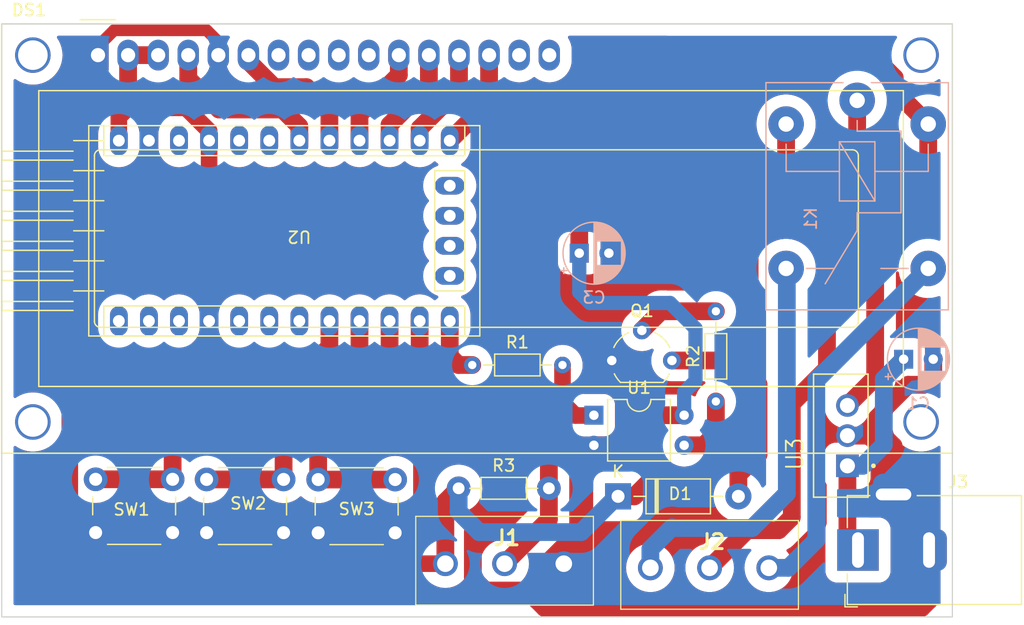
<source format=kicad_pcb>
(kicad_pcb (version 20211014) (generator pcbnew)
  (layers (0 "F.Cu" signal) (31 "B.Cu" signal) (34 "B.Paste" user) (35 "F.Paste" user) (36 "B.SilkS" user "B.Silkscreen") (37 "F.SilkS" user "F.Silkscreen") (38 "B.Mask" user) (39 "F.Mask" user) (44 "Edge.Cuts" user))
  (net 0 "")
  (net 1 "Net-(C1-Pad1)")
  (net 2 "GND")
  (net 3 "VCC")
  (net 4 "Net-(D1-Pad2)")
  (net 5 "RS")
  (net 6 "E")
  (net 11 "LD4")
  (net 12 "LD5")
  (net 13 "LD6")
  (net 14 "LD7")
  (net 17 "D9")
  (net 18 "Net-(J2-Pad1)")
  (net 19 "Net-(J2-Pad2)")
  (net 20 "Net-(J2-Pad3)")
  (net 21 "Net-(Q1-Pad2)")
  (net 22 "D5")
  (net 23 "Net-(R1-Pad2)")
  (net 24 "Net-(R2-Pad1)")
  (net 25 "D8")
  (net 26 "D7")
  (net 27 "D6")
  (footprint "Resistor_THT:R_Axial_DIN0204_L3.6mm_D1.6mm_P7.62mm_Horizontal" (layer "F.Cu") (at 160.9 83.91 90)
    (fp_text reference "R2" (at 3.81 -1.92 90) (layer "F.SilkS"))
    (fp_text value "120")
    (pad "1" thru_hole circle locked (at 0 0 90) (size 1.4 1.4) (drill 0.7) (layers *.Cu *.Mask) (net 24 "Net-(R2-Pad1)"))
    (pad "2" thru_hole oval locked (at 7.62 0 90) (size 1.4 1.4) (drill 0.7) (layers *.Cu *.Mask) (net 21 "Net-(Q1-Pad2)"))
  )
  (footprint "Button_Switch_THT:SW_PUSH_6mm_H8.5mm" (layer "F.Cu") (at 133.82 95.01 180)
    (fp_text reference "SW3" (at 3.25 2.01) (layer "F.SilkS"))
    (fp_text value "Select")
    (pad "1" thru_hole circle locked (at 6.5 0 270) (size 2 2) (drill 1.1) (layers *.Cu *.Mask) (net 2 "GND"))
    (pad "1" thru_hole circle locked (at 0 0 270) (size 2 2) (drill 1.1) (layers *.Cu *.Mask) (net 2 "GND"))
    (pad "2" thru_hole circle locked (at 6.5 4.5 270) (size 2 2) (drill 1.1) (layers *.Cu *.Mask) (net 26 "D7"))
    (pad "2" thru_hole circle locked (at 0 4.5 270) (size 2 2) (drill 1.1) (layers *.Cu *.Mask) (net 26 "D7"))
  )
  (footprint "Resistor_THT:R_Axial_DIN0204_L3.6mm_D1.6mm_P7.62mm_Horizontal" (layer "F.Cu") (at 139.18 91.25)
    (fp_text reference "R3" (at 3.81 -1.92) (layer "F.SilkS"))
    (fp_text value "4K7")
    (pad "1" thru_hole circle locked (at 0 0) (size 2 2) (drill 1) (layers *.Cu *.Mask) (net 3 "VCC"))
    (pad "2" thru_hole oval locked (at 7.62 0) (size 2 2) (drill 1) (layers *.Cu *.Mask) (net 25 "D8"))
  )
  (footprint "arduino_pro_mini:arduino_pro_mini_mega168" (layer "F.Cu") (at 125.73 69.49 180)
    (fp_text reference "U2" (at 0 -0.5 180 unlocked) (layer "F.SilkS"))
    (fp_text value "Arduino_Pro_Mini")
    (pad "1" thru_hole oval (at -12.7 7.62 180) (size 1.5 2.5) (drill 1) (layers *.Cu *.Mask) (net 14 "LD7"))
    (pad "2" thru_hole oval (at -10.16 7.62 180) (size 1.5 2.5) (drill 1) (layers *.Cu *.Mask) (net 13 "LD6"))
    (pad "3" thru_hole oval (at -7.62 7.62 180) (size 1.5 2.5) (drill 1) (layers *.Cu *.Mask) (net 12 "LD5"))
    (pad "4" thru_hole oval (at -5.08 7.62 180) (size 1.5 2.5) (drill 1) (layers *.Cu *.Mask) (net 11 "LD4"))
    (pad "5" thru_hole oval (at -2.54 7.62 180) (size 1.5 2.5) (drill 1) (layers *.Cu *.Mask) (net 6 "E"))
    (pad "6" thru_hole oval (at 0 7.62 180) (size 1.5 2.5) (drill 1) (layers *.Cu *.Mask) (net 5 "RS"))
    (pad "7" thru_hole oval (at 2.54 7.62 180) (size 1.5 2.5) (drill 1) (layers *.Cu *.Mask))
    (pad "8" thru_hole oval (at 5.08 7.62 180) (size 1.5 2.5) (drill 1) (layers *.Cu *.Mask))
    (pad "9" thru_hole oval (at 7.62 7.62 180) (size 1.5 2.5) (drill 1) (layers *.Cu *.Mask) (net 3 "VCC"))
    (pad "10" thru_hole oval (at 10.16 7.62 180) (size 1.5 2.5) (drill 1) (layers *.Cu *.Mask))
    (pad "11" thru_hole oval (at 12.7 7.62 180) (size 1.5 2.5) (drill 1) (layers *.Cu *.Mask) (net 2 "GND"))
    (pad "12" thru_hole oval (at 15.24 7.62 180) (size 1.5 2.5) (drill 1) (layers *.Cu *.Mask) (net 3 "VCC"))
    (pad "13" thru_hole oval (at 15.24 -7.62 180) (size 1.5 2.5) (drill 1) (layers *.Cu *.Mask))
    (pad "14" thru_hole oval (at 12.7 -7.62 180) (size 1.5 2.5) (drill 1) (layers *.Cu *.Mask))
    (pad "15" thru_hole oval (at 10.16 -7.62 180) (size 1.5 2.5) (drill 1) (layers *.Cu *.Mask))
    (pad "16" thru_hole oval (at 7.62 -7.62 180) (size 1.5 2.5) (drill 1) (layers *.Cu *.Mask) (net 2 "GND"))
    (pad "17" thru_hole oval (at 5.08 -7.62 180) (size 1.5 2.5) (drill 1) (layers *.Cu *.Mask))
    (pad "18" thru_hole oval (at 2.54 -7.62 180) (size 1.5 2.5) (drill 1) (layers *.Cu *.Mask))
    (pad "19" thru_hole oval (at 0 -7.62 180) (size 1.5 2.5) (drill 1) (layers *.Cu *.Mask))
    (pad "20" thru_hole oval (at -2.54 -7.62 180) (size 1.5 2.5) (drill 1) (layers *.Cu *.Mask) (net 22 "D5"))
    (pad "21" thru_hole oval (at -5.08 -7.62 180) (size 1.5 2.5) (drill 1) (layers *.Cu *.Mask) (net 27 "D6"))
    (pad "22" thru_hole oval (at -7.62 -7.62 180) (size 1.5 2.5) (drill 1) (layers *.Cu *.Mask) (net 26 "D7"))
    (pad "23" thru_hole oval (at -10.16 -7.62 180) (size 1.5 2.5) (drill 1) (layers *.Cu *.Mask) (net 25 "D8"))
    (pad "24" thru_hole oval (at -12.7 -7.62 180) (size 1.5 2.5) (drill 1) (layers *.Cu *.Mask) (net 17 "D9"))
    (pad "25" thru_hole oval (at -12.7 -3.81 270) (size 1.5 2.5) (drill 1) (layers *.Cu *.Mask))
    (pad "26" thru_hole oval (at -12.7 -1.27 90) (size 1.5 2.5) (drill 1) (layers *.Cu *.Mask))
    (pad "27" thru_hole oval (at -12.7 1.27 90) (size 1.5 2.5) (drill 1) (layers *.Cu *.Mask))
    (pad "28" thru_hole oval (at -12.7 3.81 90) (size 1.5 2.5) (drill 1) (layers *.Cu *.Mask))
  )
  (footprint "L7805CV:TO255P1040X460X1968-3" (layer "F.Cu") (at 172.008 89.35 90)
    (fp_text reference "U3" (at 0.995 -4.444 90) (layer "F.SilkS") (effects (font (size 1.4 1.4))))
    (fp_text value "L7805")
    (pad "1" thru_hole rect locked (at 0 0 90) (size 1.91 1.91) (drill 1.27) (layers *.Cu *.Mask) (net 1 "Net-(C1-Pad1)"))
    (pad "2" thru_hole circle locked (at 2.55 0 90) (size 1.91 1.91) (drill 1.27) (layers *.Cu *.Mask) (net 2 "GND"))
    (pad "3" thru_hole circle locked (at 5.1 0 90) (size 1.91 1.91) (drill 1.27) (layers *.Cu *.Mask) (net 3 "VCC"))
  )
  (footprint "Display:WC1602A" (layer "F.Cu") (at 108.730225 54.645)
    (fp_text reference "DS1" (at -5.82 -3.81) (layer "F.SilkS"))
    (fp_text value "WC1602A")
    (pad "" thru_hole circle locked (at -5.4991 31.0007) (size 3 3) (drill 2.5) (layers *.Cu *.Mask))
    (pad "" thru_hole circle locked (at 69.49948 31.0007) (size 3 3) (drill 2.5) (layers *.Cu *.Mask))
    (pad "" thru_hole circle locked (at 69.5 0) (size 3 3) (drill 2.5) (layers *.Cu *.Mask))
    (pad "" thru_hole circle locked (at -5.4991 0) (size 3 3) (drill 2.5) (layers *.Cu *.Mask))
    (pad "1" thru_hole rect locked (at 0 0) (size 1.8 2.6) (drill 1.2) (layers *.Cu *.Mask) (net 2 "GND"))
    (pad "2" thru_hole oval locked (at 2.54 0) (size 1.8 2.6) (drill 1.2) (layers *.Cu *.Mask) (net 3 "VCC"))
    (pad "3" thru_hole oval locked (at 5.08 0) (size 1.8 2.6) (drill 1.2) (layers *.Cu *.Mask) (net 3 "VCC"))
    (pad "4" thru_hole oval locked (at 7.62 0) (size 1.8 2.6) (drill 1.2) (layers *.Cu *.Mask) (net 5 "RS"))
    (pad "5" thru_hole oval locked (at 10.16 0) (size 1.8 2.6) (drill 1.2) (layers *.Cu *.Mask) (net 2 "GND"))
    (pad "6" thru_hole oval locked (at 12.7 0) (size 1.8 2.6) (drill 1.2) (layers *.Cu *.Mask) (net 6 "E"))
    (pad "7" thru_hole oval locked (at 15.24 0) (size 1.8 2.6) (drill 1.2) (layers *.Cu *.Mask))
    (pad "8" thru_hole oval locked (at 17.78 0) (size 1.8 2.6) (drill 1.2) (layers *.Cu *.Mask))
    (pad "9" thru_hole oval locked (at 20.32 0) (size 1.8 2.6) (drill 1.2) (layers *.Cu *.Mask))
    (pad "10" thru_hole oval locked (at 22.86 0) (size 1.8 2.6) (drill 1.2) (layers *.Cu *.Mask))
    (pad "11" thru_hole oval locked (at 25.4 0) (size 1.8 2.6) (drill 1.2) (layers *.Cu *.Mask) (net 11 "LD4"))
    (pad "12" thru_hole oval locked (at 27.94 0) (size 1.8 2.6) (drill 1.2) (layers *.Cu *.Mask) (net 12 "LD5"))
    (pad "13" thru_hole oval locked (at 30.48 0) (size 1.8 2.6) (drill 1.2) (layers *.Cu *.Mask) (net 13 "LD6"))
    (pad "14" thru_hole oval locked (at 33.02 0) (size 1.8 2.6) (drill 1.2) (layers *.Cu *.Mask) (net 14 "LD7"))
    (pad "15" thru_hole oval locked (at 35.56 0) (size 1.8 2.6) (drill 1.2) (layers *.Cu *.Mask))
    (pad "16" thru_hole oval locked (at 38.1 0) (size 1.8 2.6) (drill 1.2) (layers *.Cu *.Mask))
  )
  (footprint "Connector_BarrelJack:BarrelJack_Horizontal" (layer "F.Cu") (at 172.9 96.4675 180)
    (fp_text reference "J3" (at -8.45 5.75) (layer "F.SilkS"))
    (fp_text value "Barrel_Jack_Switch")
    (pad "1" thru_hole rect locked (at 0 0 180) (size 3.5 3.5) (drill oval 1 3) (layers *.Cu *.Mask) (net 1 "Net-(C1-Pad1)"))
    (pad "2" thru_hole roundrect locked (at -6 0 180) (size 3 3.5) (drill oval 1 3) (layers *.Cu *.Mask) (net 2 "GND"))
    (pad "3" thru_hole roundrect locked (at -3 4.7 180) (size 3.5 3.5) (drill oval 3 1) (layers *.Cu *.Mask) (net 2 "GND"))
  )
  (footprint "Package_TO_SOT_THT:TO-92_Wide" (layer "F.Cu") (at 152.11 80.45)
    (fp_text reference "Q1" (at 2.55 -4.19) (layer "F.SilkS"))
    (fp_text value "2N3904")
    (pad "1" thru_hole rect locked (at 0 0) (size 1.5 1.5) (drill 0.8) (layers *.Cu *.Mask) (net 2 "GND"))
    (pad "2" thru_hole circle locked (at 2.54 -2.54) (size 1.5 1.5) (drill 0.8) (layers *.Cu *.Mask) (net 21 "Net-(Q1-Pad2)"))
    (pad "3" thru_hole circle locked (at 5.08 0) (size 1.5 1.5) (drill 0.8) (layers *.Cu *.Mask) (net 4 "Net-(D1-Pad2)"))
  )
  (footprint "Resistor_THT:R_Axial_DIN0204_L3.6mm_D1.6mm_P7.62mm_Horizontal" (layer "F.Cu") (at 140.33 80.83)
    (fp_text reference "R1" (at 3.81 -1.92) (layer "F.SilkS"))
    (fp_text value "470")
    (pad "1" thru_hole circle locked (at 0 0) (size 1.4 1.4) (drill 0.7) (layers *.Cu *.Mask) (net 17 "D9"))
    (pad "2" thru_hole oval locked (at 7.62 0) (size 1.4 1.4) (drill 0.7) (layers *.Cu *.Mask) (net 23 "Net-(R1-Pad2)"))
  )
  (footprint "KF301-3P:KF3013P" (layer "F.Cu") (at 155.37 97.97)
    (fp_text reference "J2" (at 5.21 -2.2) (layer "F.SilkS") (effects (font (size 1.27 1.27) (thickness 0.254))))
    (fp_text value "KF301-3P" hide)
    (pad "1" thru_hole circle locked (at 0 0) (size 2.1 2.1) (drill 1.4) (layers *.Cu *.Mask) (net 18 "Net-(J2-Pad1)"))
    (pad "2" thru_hole circle locked (at 5 0) (size 2.1 2.1) (drill 1.4) (layers *.Cu *.Mask) (net 19 "Net-(J2-Pad2)"))
    (pad "3" thru_hole circle locked (at 10 0) (size 2.1 2.1) (drill 1.4) (layers *.Cu *.Mask) (net 20 "Net-(J2-Pad3)"))
  )
  (footprint "Diode_THT:D_DO-41_SOD81_P10.16mm_Horizontal" (layer "F.Cu") (at 152.64 91.93)
    (fp_text reference "D1" (at 5.24 -0.22) (layer "F.SilkS"))
    (fp_text value "1N4001")
    (fp_text user "K" (at 0 -2.1) (layer "F.SilkS"))
    (pad "1" thru_hole rect locked (at 0 0) (size 2.2 2.2) (drill 1.1) (layers *.Cu *.Mask) (net 3 "VCC"))
    (pad "2" thru_hole oval locked (at 10.16 0) (size 2.2 2.2) (drill 1.1) (layers *.Cu *.Mask) (net 4 "Net-(D1-Pad2)"))
  )
  (footprint "Package_DIP:DIP-4_W7.62mm" (layer "F.Cu") (at 150.6 85.075)
    (fp_text reference "U1" (at 3.81 -2.33) (layer "F.SilkS"))
    (fp_text value "PC817")
    (pad "1" thru_hole rect locked (at 0 0) (size 1.6 1.6) (drill 0.8) (layers *.Cu *.Mask) (net 23 "Net-(R1-Pad2)"))
    (pad "2" thru_hole oval locked (at 0 2.54) (size 1.6 1.6) (drill 0.8) (layers *.Cu *.Mask) (net 2 "GND"))
    (pad "3" thru_hole oval locked (at 7.62 2.54) (size 1.6 1.6) (drill 0.8) (layers *.Cu *.Mask) (net 24 "Net-(R2-Pad1)"))
    (pad "4" thru_hole oval locked (at 7.62 0) (size 1.6 1.6) (drill 0.8) (layers *.Cu *.Mask) (net 3 "VCC"))
  )
  (footprint "KF301-3P:KF3013P" (layer "F.Cu") (at 138.06 97.62)
    (fp_text reference "J1" (at 5.2 -2.17) (layer "F.SilkS") (effects (font (size 1.27 1.27) (thickness 0.254))))
    (fp_text value "KF301-3P" hide)
    (pad "1" thru_hole circle locked (at 0 0) (size 2.1 2.1) (drill 1.4) (layers *.Cu *.Mask) (net 3 "VCC"))
    (pad "2" thru_hole circle locked (at 5 0) (size 2.1 2.1) (drill 1.4) (layers *.Cu *.Mask) (net 25 "D8"))
    (pad "3" thru_hole circle locked (at 10 0) (size 2.1 2.1) (drill 1.4) (layers *.Cu *.Mask) (net 2 "GND"))
  )
  (footprint "Button_Switch_THT:SW_PUSH_6mm_H8.5mm" (layer "F.Cu") (at 115.03 94.99 180)
    (fp_text reference "SW1" (at 3.469775 1.95) (layer "F.SilkS"))
    (fp_text value "Up")
    (pad "1" thru_hole circle locked (at 0 0 270) (size 2 2) (drill 1.1) (layers *.Cu *.Mask) (net 2 "GND"))
    (pad "1" thru_hole circle locked (at 6.5 0 270) (size 2 2) (drill 1.1) (layers *.Cu *.Mask) (net 2 "GND"))
    (pad "2" thru_hole circle locked (at 0 4.5 270) (size 2 2) (drill 1.1) (layers *.Cu *.Mask) (net 22 "D5"))
    (pad "2" thru_hole circle locked (at 6.5 4.5 270) (size 2 2) (drill 1.1) (layers *.Cu *.Mask) (net 22 "D5"))
  )
  (footprint "Button_Switch_THT:SW_PUSH_6mm_H8.5mm" (layer "F.Cu") (at 124.4 95 180)
    (fp_text reference "SW2" (at 2.979775 2.47) (layer "F.SilkS"))
    (fp_text value "Down")
    (pad "1" thru_hole circle locked (at 6.5 0 270) (size 2 2) (drill 1.1) (layers *.Cu *.Mask) (net 2 "GND"))
    (pad "1" thru_hole circle locked (at 0 0 270) (size 2 2) (drill 1.1) (layers *.Cu *.Mask) (net 2 "GND"))
    (pad "2" thru_hole circle locked (at 0 4.5 270) (size 2 2) (drill 1.1) (layers *.Cu *.Mask) (net 27 "D6"))
    (pad "2" thru_hole circle locked (at 6.5 4.5 270) (size 2 2) (drill 1.1) (layers *.Cu *.Mask) (net 27 "D6"))
  )
  (footprint "Relay_THT:Relay_SPDT_Finder_36.11" (layer "B.Cu") (at 172.83 58.47 -90)
    (fp_text reference "K1" (at 10.01 3.92 90) (layer "B.SilkS") (effects (justify mirror)))
    (fp_text value "FINDER-36.11")
    (pad "11" thru_hole circle locked (at 0 0 270) (size 3 3) (drill 1.3) (layers *.Cu *.Mask) (net 19 "Net-(J2-Pad2)"))
    (pad "12" thru_hole circle locked (at 14.2 6 270) (size 3 3) (drill 1.3) (layers *.Cu *.Mask) (net 18 "Net-(J2-Pad1)"))
    (pad "14" thru_hole circle locked (at 14.2 -6 270) (size 3 3) (drill 1.3) (layers *.Cu *.Mask) (net 20 "Net-(J2-Pad3)"))
    (pad "A1" thru_hole circle locked (at 2 -6 270) (size 3 3) (drill 1.3) (layers *.Cu *.Mask) (net 3 "VCC"))
    (pad "A2" thru_hole circle locked (at 2 6 270) (size 3 3) (drill 1.3) (layers *.Cu *.Mask) (net 4 "Net-(D1-Pad2)"))
  )
  (footprint "Capacitor_THT:CP_Radial_D5.0mm_P2.50mm" (layer "B.Cu") (at 149.364888 71.38)
    (fp_text reference "C3" (at 1.25 3.75) (layer "B.SilkS") (effects (justify mirror)))
    (fp_text value "0,1uF")
    (pad "1" thru_hole rect locked (at 0 0) (size 1.6 1.6) (drill 0.8) (layers *.Cu *.Mask) (net 3 "VCC"))
    (pad "2" thru_hole circle locked (at 2.5 0) (size 1.6 1.6) (drill 0.8) (layers *.Cu *.Mask) (net 2 "GND"))
  )
  (footprint "Capacitor_THT:CP_Radial_D5.0mm_P2.50mm" (layer "B.Cu") (at 176.754888 80.34)
    (fp_text reference "C1" (at 1.25 3.75) (layer "B.SilkS") (effects (justify mirror)))
    (fp_text value "47uF")
    (pad "1" thru_hole rect locked (at 0 0) (size 1.6 1.6) (drill 0.8) (layers *.Cu *.Mask) (net 1 "Net-(C1-Pad1)"))
    (pad "2" thru_hole circle locked (at 2.5 0) (size 1.6 1.6) (drill 0.8) (layers *.Cu *.Mask) (net 2 "GND"))
  )
  (gr_poly (pts (xy 180.87 102.12) (xy 100.6 102.12) (xy 100.6 52.01) (xy 180.87 52.01)) (layer "Edge.Cuts") (width 0.1) (fill none))
  (segment (start 172.008 95.5755) (end 172.9 96.4675) (width 1.5) (layer "F.Cu") (net 1))
  (segment (start 172.008 89.35) (end 172.008 95.5755) (width 1.5) (layer "F.Cu") (net 1))
  (segment (start 175.08 82.014888) (end 176.754888 80.34) (width 1.5) (layer "B.Cu") (net 1))
  (segment (start 173.31 89.35) (end 175.08 87.58) (width 1.5) (layer "B.Cu") (net 1))
  (segment (start 172.008 89.35) (end 173.31 89.35) (width 1.5) (layer "B.Cu") (net 1))
  (segment (start 175.08 87.58) (end 175.08 82.014888) (width 1.5) (layer "B.Cu") (net 1))
  (segment (start 107.9 64.25) (end 107.9 58.64) (width 1.5) (layer "F.Cu") (net 2))
  (segment (start 110.09 52.54) (end 117.91 52.54) (width 1) (layer "F.Cu") (net 2))
  (segment (start 113.03 63.7) (end 111.55 65.18) (width 1.5) (layer "F.Cu") (net 2))
  (segment (start 179.254888 81.705112) (end 179.254888 80.34) (width 1.5) (layer "F.Cu") (net 2))
  (segment (start 178.9 100.73) (end 178.9 96.4675) (width 1.5) (layer "F.Cu") (net 2))
  (segment (start 175.03 86.8) (end 175.03 84.61) (width 1.5) (layer "F.Cu") (net 2))
  (segment (start 152.11 71.625112) (end 151.864888 71.38) (width 1.5) (layer "F.Cu") (net 2))
  (segment (start 177.14 82.5) (end 178.46 82.5) (width 1.5) (layer "F.Cu") (net 2))
  (segment (start 152.11 80.45) (end 152.11 71.625112) (width 1.5) (layer "F.Cu") (net 2))
  (segment (start 118.890225 53.520225) (end 118.890225 54.645) (width 1) (layer "F.Cu") (net 2))
  (segment (start 107.9 58.64) (end 108.730225 57.809775) (width 1.5) (layer "F.Cu") (net 2))
  (segment (start 133.82 95.01) (end 108.55 95.01) (width 1.5) (layer "F.Cu") (net 2))
  (segment (start 153.13 82.49) (end 153.13 86.88) (width 1.5) (layer "F.Cu") (net 2))
  (segment (start 177.7575 91.7675) (end 178.91 92.92) (width 1.5) (layer "F.Cu") (net 2))
  (segment (start 140.38 94.98) (end 140.38 98.84) (width 1.5) (layer "F.Cu") (net 2))
  (segment (start 113.03 61.87) (end 113.03 63.7) (width 1.5) (layer "F.Cu") (net 2))
  (segment (start 141.43 99.89) (end 145.79 99.89) (width 1.5) (layer "F.Cu") (net 2))
  (segment (start 117.91 52.54) (end 118.890225 53.520225) (width 1) (layer "F.Cu") (net 2))
  (segment (start 137.36 87.5) (end 140.85 87.5) (width 1.5) (layer "F.Cu") (net 2))
  (segment (start 108.55 95.01) (end 108.53 94.99) (width 1.5) (layer "F.Cu") (net 2))
  (segment (start 133.82 95.01) (end 134.82 95.01) (width 1.5) (layer "F.Cu") (net 2))
  (segment (start 149.27 88.945) (end 149.27 96.41) (width 1.5) (layer "F.Cu") (net 2))
  (segment (start 153.13 86.88) (end 152.38 87.63) (width 1.5) (layer "F.Cu") (net 2))
  (segment (start 134.82 95.01) (end 136.09 93.74) (width 1.5) (layer "F.Cu") (net 2))
  (segment (start 178.46 82.5) (end 179.254888 81.705112) (width 1.5) (layer "F.Cu") (net 2))
  (segment (start 108.730225 57.809775) (end 108.730225 54.645) (width 1.5) (layer "F.Cu") (net 2))
  (segment (start 152.365 87.615) (end 150.6 87.615) (width 1.5) (layer "F.Cu") (net 2))
  (segment (start 145.79 99.89) (end 148.06 97.62) (width 1.5) (layer "F.Cu") (net 2))
  (segment (start 140.85 87.5) (end 142.12 88.77) (width 1.5) (layer "F.Cu") (net 2))
  (segment (start 152.11 81.47) (end 153.13 82.49) (width 1.5) (layer "F.Cu") (net 2))
  (segment (start 175.9 91.7675) (end 177.7575 91.7675) (width 1.5) (layer "F.Cu") (net 2))
  (segment (start 108.730225 53.899775) (end 110.09 52.54) (width 1) (layer "F.Cu") (net 2))
  (segment (start 142.12 88.77) (end 142.12 93.24) (width 1.5) (layer "F.Cu") (net 2))
  (segment (start 150.6 87.615) (end 149.27 88.945) (width 1.5) (layer "F.Cu") (net 2))
  (segment (start 146.44998 101.36998) (end 178.26002 101.36998) (width 1.5) (layer "F.Cu") (net 2))
  (segment (start 108.83 65.18) (end 107.9 64.25) (width 1.5) (layer "F.Cu") (net 2))
  (segment (start 152.38 87.63) (end 152.365 87.615) (width 1.5) (layer "F.Cu") (net 2))
  (segment (start 178.26002 101.36998) (end 178.9 100.73) (width 1.5) (layer "F.Cu") (net 2))
  (segment (start 111.55 65.18) (end 108.83 65.18) (width 1.5) (layer "F.Cu") (net 2))
  (segment (start 142.12 93.24) (end 140.38 94.98) (width 1.5) (layer "F.Cu") (net 2))
  (segment (start 152.11 80.45) (end 152.11 81.47) (width 1.5) (layer "F.Cu") (net 2))
  (segment (start 145.79 99.89) (end 145.79 100.71) (width 1.5) (layer "F.Cu") (net 2))
  (segment (start 149.27 96.41) (end 148.06 97.62) (width 1.5) (layer "F.Cu") (net 2))
  (segment (start 172.008 86.8) (end 175.03 86.8) (width 1.5) (layer "F.Cu") (net 2))
  (segment (start 175.03 84.61) (end 177.14 82.5) (width 1.5) (layer "F.Cu") (net 2))
  (segment (start 140.38 98.84) (end 141.43 99.89) (width 1.5) (layer "F.Cu") (net 2))
  (segment (start 175.03 86.8) (end 175.9 87.67) (width 1.5) (layer "F.Cu") (net 2))
  (segment (start 175.9 87.67) (end 175.9 91.7675) (width 1.5) (layer "F.Cu") (net 2))
  (segment (start 136.09 93.74) (end 136.09 88.77) (width 1.5) (layer "F.Cu") (net 2))
  (segment (start 178.91 92.92) (end 178.91 96.4575) (width 1.5) (layer "F.Cu") (net 2))
  (segment (start 178.91 96.4575) (end 178.9 96.4675) (width 1.5) (layer "F.Cu") (net 2))
  (segment (start 145.79 100.71) (end 146.44998 101.36998) (width 1.5) (layer "F.Cu") (net 2))
  (segment (start 108.730225 54.645) (end 108.730225 53.899775) (width 1) (layer "F.Cu") (net 2))
  (segment (start 136.09 88.77) (end 137.36 87.5) (width 1.5) (layer "F.Cu") (net 2))
  (segment (start 118.11 77.11) (end 118.11 73.67) (width 1.5) (layer "B.Cu") (net 2))
  (segment (start 118.11 73.67) (end 113.03 68.59) (width 1.5) (layer "B.Cu") (net 2))
  (segment (start 118.11 77.11) (end 118.11 81.94) (width 1.5) (layer "B.Cu") (net 2))
  (segment (start 120.74 94.18) (end 119.92 95) (width 1.5) (layer "B.Cu") (net 2))
  (segment (start 120.74 84.57) (end 120.74 94.18) (width 1.5) (layer "B.Cu") (net 2))
  (segment (start 118.11 81.94) (end 120.74 84.57) (width 1.5) (layer "B.Cu") (net 2))
  (segment (start 113.03 68.59) (end 113.03 61.87) (width 1.5) (layer "B.Cu") (net 2))
  (segment (start 119.92 95) (end 117.9 95) (width 1.5) (layer "B.Cu") (net 2))
  (segment (start 111.270225 59.080225) (end 111.28 59.09) (width 1.5) (layer "F.Cu") (net 3))
  (segment (start 138.06 92.37) (end 139.18 91.25) (width 1.5) (layer "F.Cu") (net 3))
  (segment (start 110.49 59.88) (end 110.49 61.87) (width 1.4) (layer "F.Cu") (net 3))
  (segment (start 149.35 63.18) (end 149.364888 63.194888) (width 1.5) (layer "F.Cu") (net 3))
  (segment (start 152.64 91.93) (end 154.02 91.93) (width 1.5) (layer "F.Cu") (net 3))
  (segment (start 156.185 85.075) (end 158.22 85.075) (width 1.5) (layer "F.Cu") (net 3))
  (segment (start 172.008 84.25) (end 174.35 81.908) (width 1.5) (layer "F.Cu") (net 3))
  (segment (start 155.46 90.49) (end 155.46 85.8) (width 1.5) (layer "F.Cu") (net 3))
  (segment (start 116.16 59.1) (end 111.29 59.1) (width 1.4) (layer "F.Cu") (net 3))
  (segment (start 106.95 97.62) (end 138.06 97.62) (width 1.4) (layer "F.Cu") (net 3))
  (segment (start 118.11 61.87) (end 118.11 66.66) (width 1.4) (layer "F.Cu") (net 3))
  (segment (start 176 56.55) (end 173.64 54.19) (width 1.5) (layer "F.Cu") (net 3))
  (segment (start 174.35 81.908) (end 174.35 69.84) (width 1.5) (layer "F.Cu") (net 3))
  (segment (start 176 57.64) (end 176 56.55) (width 1.5) (layer "F.Cu") (net 3))
  (segment (start 178.83 60.47) (end 176 57.64) (width 1.5) (layer "F.Cu") (net 3))
  (segment (start 178.83 65.36) (end 178.83 60.47) (width 1.5) (layer "F.Cu") (net 3))
  (segment (start 118.11 66.66) (end 111.26 73.51) (width 1.4) (layer "F.Cu") (net 3))
  (segment (start 106.35 76.45) (end 106.35 97.02) (width 1.4) (layer "F.Cu") (net 3))
  (segment (start 138.06 97.62) (end 138.06 92.37) (width 1.5) (layer "F.Cu") (net 3))
  (segment (start 149.364888 63.194888) (end 149.364888 71.38) (width 1.5) (layer "F.Cu") (net 3))
  (segment (start 174.35 69.84) (end 178.83 65.36) (width 1.5) (layer "F.Cu") (net 3))
  (segment (start 155.46 85.8) (end 156.185 85.075) (width 1.5) (layer "F.Cu") (net 3))
  (segment (start 154.02 91.93) (end 155.46 90.49) (width 1.5) (layer "F.Cu") (net 3))
  (segment (start 158.34 54.19) (end 149.35 63.18) (width 1.5) (layer "F.Cu") (net 3))
  (segment (start 109.29 73.51) (end 106.35 76.45) (width 1.4) (layer "F.Cu") (net 3))
  (segment (start 111.270225 54.645) (end 111.270225 59.080225) (width 1.5) (layer "F.Cu") (net 3))
  (segment (start 173.64 54.19) (end 158.34 54.19) (width 1.5) (layer "F.Cu") (net 3))
  (segment (start 118.11 61.05) (end 116.16 59.1) (width 1.4) (layer "F.Cu") (net 3))
  (segment (start 106.35 97.02) (end 106.95 97.62) (width 1.4) (layer "F.Cu") (net 3))
  (segment (start 111.28 59.09) (end 110.49 59.88) (width 1.4) (layer "F.Cu") (net 3))
  (segment (start 111.26 73.51) (end 109.29 73.51) (width 1.4) (layer "F.Cu") (net 3))
  (segment (start 111.29 59.1) (end 111.28 59.09) (width 1.4) (layer "F.Cu") (net 3))
  (segment (start 118.11 61.87) (end 118.11 61.05) (width 1.4) (layer "F.Cu") (net 3))
  (segment (start 111.270225 54.645) (end 113.810225 54.645) (width 1.5) (layer "F.Cu") (net 3))
  (segment (start 149.53 94.95) (end 152.55 91.93) (width 1.5) (layer "B.Cu") (net 3))
  (segment (start 159.18 77.74) (end 159.18 82.18) (width 1.2) (layer "B.Cu") (net 3))
  (segment (start 152.55 91.93) (end 152.64 91.93) (width 1.5) (layer "B.Cu") (net 3))
  (segment (start 158.22 83.14) (end 158.22 85.075) (width 1.2) (layer "B.Cu") (net 3))
  (segment (start 159.18 82.18) (end 158.22 83.14) (width 1.2) (layer "B.Cu") (net 3))
  (segment (start 140.91 94.95) (end 149.53 94.95) (width 1.5) (layer "B.Cu") (net 3))
  (segment (start 149.364888 74.684888) (end 150.27 75.59) (width 1.2) (layer "B.Cu") (net 3))
  (segment (start 139.18 93.22) (end 140.91 94.95) (width 1.5) (layer "B.Cu") (net 3))
  (segment (start 150.27 75.59) (end 157.03 75.59) (width 1.2) (layer "B.Cu") (net 3))
  (segment (start 139.18 91.25) (end 139.18 93.22) (width 1.5) (layer "B.Cu") (net 3))
  (segment (start 149.364888 71.38) (end 149.364888 74.684888) (width 1.2) (layer "B.Cu") (net 3))
  (segment (start 157.03 75.59) (end 159.18 77.74) (width 1.2) (layer "B.Cu") (net 3))
  (segment (start 166.83 65.36) (end 166.83 60.47) (width 1.5) (layer "F.Cu") (net 4))
  (segment (start 163.75 77.6) (end 163.75 68.44) (width 1.5) (layer "F.Cu") (net 4))
  (segment (start 163.75 68.44) (end 166.83 65.36) (width 1.5) (layer "F.Cu") (net 4))
  (segment (start 162.8 90.09) (end 162.8 91.93) (width 1.5) (layer "F.Cu") (net 4))
  (segment (start 164.5 82.46) (end 164.5 88.39) (width 1.5) (layer "F.Cu") (net 4))
  (segment (start 162.49 80.45) (end 164.5 82.46) (width 1.5) (layer "F.Cu") (net 4))
  (segment (start 164.5 88.39) (end 162.8 90.09) (width 1.5) (layer "F.Cu") (net 4))
  (segment (start 162.49 80.45) (end 162.49 78.86) (width 1.5) (layer "F.Cu") (net 4))
  (segment (start 162.49 78.86) (end 163.75 77.6) (width 1.5) (layer "F.Cu") (net 4))
  (segment (start 157.19 80.45) (end 162.49 80.45) (width 1.5) (layer "F.Cu") (net 4))
  (segment (start 116.350225 56.640225) (end 118.95 59.24) (width 1.5) (layer "F.Cu") (net 5))
  (segment (start 118.95 59.24) (end 124.31 59.24) (width 1.5) (layer "F.Cu") (net 5))
  (segment (start 125.73 60.66) (end 125.73 61.87) (width 1.5) (layer "F.Cu") (net 5))
  (segment (start 124.31 59.24) (end 125.73 60.66) (width 1.5) (layer "F.Cu") (net 5))
  (segment (start 116.350225 54.645) (end 116.350225 56.640225) (width 1.5) (layer "F.Cu") (net 5))
  (segment (start 126.33 57.35) (end 128.27 59.29) (width 1.5) (layer "F.Cu") (net 6))
  (segment (start 121.430225 55.166754) (end 123.613471 57.35) (width 1.5) (layer "F.Cu") (net 6))
  (segment (start 121.430225 54.645) (end 121.430225 55.166754) (width 1.5) (layer "F.Cu") (net 6))
  (segment (start 128.27 59.29) (end 128.27 61.87) (width 1.5) (layer "F.Cu") (net 6))
  (segment (start 123.613471 57.35) (end 126.33 57.35) (width 1.5) (layer "F.Cu") (net 6))
  (segment (start 130.81 61.87) (end 130.81 59.65) (width 1.5) (layer "F.Cu") (net 11))
  (segment (start 130.81 59.65) (end 134.130225 56.329775) (width 1.5) (layer "F.Cu") (net 11))
  (segment (start 134.130225 56.329775) (end 134.130225 54.645) (width 1.5) (layer "F.Cu") (net 11))
  (segment (start 133.35 60.53) (end 136.670225 57.209775) (width 1.5) (layer "F.Cu") (net 12))
  (segment (start 133.35 61.87) (end 133.35 60.53) (width 1.5) (layer "F.Cu") (net 12))
  (segment (start 136.670225 57.209775) (end 136.670225 54.645) (width 1.5) (layer "F.Cu") (net 12))
  (segment (start 139.210225 57.509775) (end 139.210225 54.645) (width 1.5) (layer "F.Cu") (net 13))
  (segment (start 135.89 61.87) (end 135.89 60.83) (width 1.5) (layer "F.Cu") (net 13))
  (segment (start 135.89 60.83) (end 139.210225 57.509775) (width 1.5) (layer "F.Cu") (net 13))
  (segment (start 141.750225 58.549775) (end 141.750225 54.645) (width 1.5) (layer "F.Cu") (net 14))
  (segment (start 138.43 61.87) (end 141.750225 58.549775) (width 1.5) (layer "F.Cu") (net 14))
  (segment (start 139.17 80.83) (end 140.33 80.83) (width 1.5) (layer "F.Cu") (net 17))
  (segment (start 138.43 80.09) (end 139.17 80.83) (width 1.5) (layer "F.Cu") (net 17))
  (segment (start 138.43 77.11) (end 138.43 80.09) (width 1.5) (layer "F.Cu") (net 17))
  (segment (start 155.37 96.38) (end 155.37 97.97) (width 1.5) (layer "B.Cu") (net 18))
  (segment (start 163.96 94.61) (end 157.26 94.61) (width 1.5) (layer "B.Cu") (net 18))
  (segment (start 157.2 94.55) (end 155.37 96.38) (width 1.5) (layer "B.Cu") (net 18))
  (segment (start 166.83 72.67) (end 166.89 72.73) (width 1.5) (layer "B.Cu") (net 18))
  (segment (start 166.89 72.73) (end 166.89 91.68) (width 1.5) (layer "B.Cu") (net 18))
  (segment (start 166.89 91.68) (end 163.96 94.61) (width 1.5) (layer "B.Cu") (net 18))
  (segment (start 157.26 94.61) (end 157.2 94.55) (width 1.5) (layer "B.Cu") (net 18))
  (segment (start 166.21 94.79) (end 163.55 94.79) (width 1.5) (layer "F.Cu") (net 19))
  (segment (start 167.31 84.09) (end 167.31 93.69) (width 1.5) (layer "F.Cu") (net 19))
  (segment (start 170.28 66.92) (end 170.28 81.12) (width 1.5) (layer "F.Cu") (net 19))
  (segment (start 163.55 94.79) (end 160.37 97.97) (width 1.5) (layer "F.Cu") (net 19))
  (segment (start 172.83 58.47) (end 172.83 64.37) (width 1.5) (layer "F.Cu") (net 19))
  (segment (start 167.31 93.69) (end 166.21 94.79) (width 1.5) (layer "F.Cu") (net 19))
  (segment (start 170.28 81.12) (end 167.31 84.09) (width 1.5) (layer "F.Cu") (net 19))
  (segment (start 172.83 64.37) (end 170.28 66.92) (width 1.5) (layer "F.Cu") (net 19))
  (segment (start 178.83 72.67) (end 169.38 82.12) (width 1.5) (layer "B.Cu") (net 20))
  (segment (start 169.38 95.62) (end 167.03 97.97) (width 1.5) (layer "B.Cu") (net 20))
  (segment (start 169.38 82.12) (end 169.38 95.62) (width 1.5) (layer "B.Cu") (net 20))
  (segment (start 167.03 97.97) (end 165.37 97.97) (width 1.5) (layer "B.Cu") (net 20))
  (segment (start 156.28 76.28) (end 156.6 76.28) (width 1.5) (layer "F.Cu") (net 21))
  (segment (start 154.65 77.91) (end 156.28 76.28) (width 1.5) (layer "F.Cu") (net 21))
  (segment (start 156.6 76.28) (end 156.61 76.29) (width 1.5) (layer "F.Cu") (net 21))
  (segment (start 156.61 76.29) (end 160.9 76.29) (width 1.5) (layer "F.Cu") (net 21))
  (segment (start 128.27 79.29) (end 128.27 77.11) (width 1.5) (layer "F.Cu") (net 22))
  (segment (start 108.53 90.49) (end 115.03 90.49) (width 1.5) (layer "F.Cu") (net 22))
  (segment (start 126.64 80.92) (end 128.27 79.29) (width 1.5) (layer "F.Cu") (net 22))
  (segment (start 115.03 82.35) (end 116.46 80.92) (width 1.5) (layer "F.Cu") (net 22))
  (segment (start 115.03 90.49) (end 115.03 82.35) (width 1.5) (layer "F.Cu") (net 22))
  (segment (start 116.46 80.92) (end 126.64 80.92) (width 1.5) (layer "F.Cu") (net 22))
  (segment (start 147.95 80.83) (end 147.95 84.02) (width 1.4) (layer "F.Cu") (net 23))
  (segment (start 147.95 84.02) (end 149.03 85.1) (width 1.4) (layer "F.Cu") (net 23))
  (segment (start 150.575 85.1) (end 150.6 85.075) (width 1.4) (layer "F.Cu") (net 23))
  (segment (start 149.03 85.1) (end 150.575 85.1) (width 1.4) (layer "F.Cu") (net 23))
  (segment (start 159.885 87.615) (end 160.9 86.6) (width 1.5) (layer "F.Cu") (net 24))
  (segment (start 160.9 86.6) (end 160.9 83.91) (width 1.5) (layer "F.Cu") (net 24))
  (segment (start 158.22 87.615) (end 159.885 87.615) (width 1.5) (layer "F.Cu") (net 24))
  (segment (start 137.76 84.33) (end 144.89 84.33) (width 1.5) (layer "F.Cu") (net 25))
  (segment (start 135.89 77.11) (end 135.89 82.46) (width 1.5) (layer "F.Cu") (net 25))
  (segment (start 146.8 93.88) (end 143.06 97.62) (width 1.5) (layer "F.Cu") (net 25))
  (segment (start 144.89 84.33) (end 146.8 86.24) (width 1.5) (layer "F.Cu") (net 25))
  (segment (start 146.8 91.25) (end 146.8 93.88) (width 1.5) (layer "F.Cu") (net 25))
  (segment (start 146.8 86.24) (end 146.8 91.25) (width 1.5) (layer "F.Cu") (net 25))
  (segment (start 135.89 82.46) (end 137.76 84.33) (width 1.5) (layer "F.Cu") (net 25))
  (segment (start 127.32 90.51) (end 127.32 87.56) (width 1.5) (layer "F.Cu") (net 26))
  (segment (start 127.32 90.51) (end 133.82 90.51) (width 1.5) (layer "F.Cu") (net 26))
  (segment (start 129.29 85.59) (end 131.73 85.59) (width 1.5) (layer "F.Cu") (net 26))
  (segment (start 127.32 87.56) (end 129.29 85.59) (width 1.5) (layer "F.Cu") (net 26))
  (segment (start 131.73 85.59) (end 133.35 83.97) (width 1.5) (layer "F.Cu") (net 26))
  (segment (start 133.35 83.97) (end 133.35 77.11) (width 1.5) (layer "F.Cu") (net 26))
  (segment (start 129.11 83.15) (end 130.81 81.45) (width 1.5) (layer "F.Cu") (net 27))
  (segment (start 124.4 90.5) (end 124.4 85.57) (width 1.5) (layer "F.Cu") (net 27))
  (segment (start 117.9 90.5) (end 124.4 90.5) (width 1.5) (layer "F.Cu") (net 27))
  (segment (start 126.82 83.15) (end 129.11 83.15) (width 1.5) (layer "F.Cu") (net 27))
  (segment (start 124.4 85.57) (end 126.82 83.15) (width 1.5) (layer "F.Cu") (net 27))
  (segment (start 130.81 81.45) (end 130.81 77.11) (width 1.5) (layer "F.Cu") (net 27))
  (zone (net 2) (net_name "GND") (layers F&B.Cu) (connect_pads yes (clearance 1)) (min_thickness 0.254) (fill yes (thermal_gap 0.508) (thermal_bridge_width 0.508))
    (polygon (pts (xy 180.89 102.14) (xy 100.59 102.14) (xy 100.59 51.99) (xy 180.89 51.99)))
  )
)
</source>
